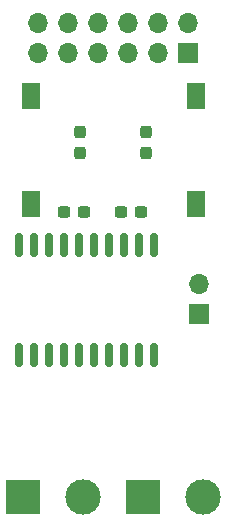
<source format=gts>
G04 #@! TF.GenerationSoftware,KiCad,Pcbnew,7.0.9-7.0.9~ubuntu20.04.1*
G04 #@! TF.CreationDate,2023-12-17T15:18:06+01:00*
G04 #@! TF.ProjectId,kicad-pmod_rs485,6b696361-642d-4706-9d6f-645f72733438,rev?*
G04 #@! TF.SameCoordinates,Original*
G04 #@! TF.FileFunction,Soldermask,Top*
G04 #@! TF.FilePolarity,Negative*
%FSLAX46Y46*%
G04 Gerber Fmt 4.6, Leading zero omitted, Abs format (unit mm)*
G04 Created by KiCad (PCBNEW 7.0.9-7.0.9~ubuntu20.04.1) date 2023-12-17 15:18:06*
%MOMM*%
%LPD*%
G01*
G04 APERTURE LIST*
G04 Aperture macros list*
%AMRoundRect*
0 Rectangle with rounded corners*
0 $1 Rounding radius*
0 $2 $3 $4 $5 $6 $7 $8 $9 X,Y pos of 4 corners*
0 Add a 4 corners polygon primitive as box body*
4,1,4,$2,$3,$4,$5,$6,$7,$8,$9,$2,$3,0*
0 Add four circle primitives for the rounded corners*
1,1,$1+$1,$2,$3*
1,1,$1+$1,$4,$5*
1,1,$1+$1,$6,$7*
1,1,$1+$1,$8,$9*
0 Add four rect primitives between the rounded corners*
20,1,$1+$1,$2,$3,$4,$5,0*
20,1,$1+$1,$4,$5,$6,$7,0*
20,1,$1+$1,$6,$7,$8,$9,0*
20,1,$1+$1,$8,$9,$2,$3,0*%
G04 Aperture macros list end*
%ADD10R,3.000000X3.000000*%
%ADD11C,3.000000*%
%ADD12R,1.700000X1.700000*%
%ADD13O,1.700000X1.700000*%
%ADD14RoundRect,0.237500X0.300000X0.237500X-0.300000X0.237500X-0.300000X-0.237500X0.300000X-0.237500X0*%
%ADD15RoundRect,0.237500X0.237500X-0.287500X0.237500X0.287500X-0.237500X0.287500X-0.237500X-0.287500X0*%
%ADD16R,1.600000X2.180000*%
%ADD17RoundRect,0.150000X-0.150000X0.875000X-0.150000X-0.875000X0.150000X-0.875000X0.150000X0.875000X0*%
G04 APERTURE END LIST*
D10*
X130302000Y-105410000D03*
D11*
X135382000Y-105410000D03*
D12*
X135001000Y-89921000D03*
D13*
X135001000Y-87381000D03*
D14*
X130148500Y-81280000D03*
X128423500Y-81280000D03*
X125322500Y-81280000D03*
X123597500Y-81280000D03*
D15*
X124968000Y-76313000D03*
X124968000Y-74563000D03*
X130556000Y-76313000D03*
X130556000Y-74563000D03*
D16*
X120777000Y-71483000D03*
X120777000Y-80663000D03*
X134747000Y-71483000D03*
X134747000Y-80663000D03*
D10*
X120142000Y-105410000D03*
D11*
X125222000Y-105410000D03*
D12*
X134112000Y-67818000D03*
D13*
X134112000Y-65278000D03*
X131572000Y-67818000D03*
X131572000Y-65278000D03*
X129032000Y-67818000D03*
X129032000Y-65278000D03*
X126492000Y-67818000D03*
X126492000Y-65278000D03*
X123952000Y-67818000D03*
X123952000Y-65278000D03*
X121412000Y-67818000D03*
X121412000Y-65278000D03*
D17*
X131191000Y-84123000D03*
X129921000Y-84123000D03*
X128651000Y-84123000D03*
X127381000Y-84123000D03*
X126111000Y-84123000D03*
X124841000Y-84123000D03*
X123571000Y-84123000D03*
X122301000Y-84123000D03*
X121031000Y-84123000D03*
X119761000Y-84123000D03*
X119761000Y-93423000D03*
X121031000Y-93423000D03*
X122301000Y-93423000D03*
X123571000Y-93423000D03*
X124841000Y-93423000D03*
X126111000Y-93423000D03*
X127381000Y-93423000D03*
X128651000Y-93423000D03*
X129921000Y-93423000D03*
X131191000Y-93423000D03*
M02*

</source>
